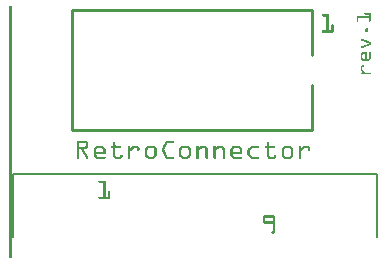
<source format=gto>
G04 MADE WITH FRITZING*
G04 WWW.FRITZING.ORG*
G04 DOUBLE SIDED*
G04 HOLES PLATED*
G04 CONTOUR ON CENTER OF CONTOUR VECTOR*
%ASAXBY*%
%FSLAX23Y23*%
%MOIN*%
%OFA0B0*%
%SFA1.0B1.0*%
%ADD10C,0.008000*%
%ADD11C,0.010000*%
%ADD12R,0.001000X0.001000*%
%LNSILK1*%
G90*
G70*
G54D10*
X1232Y281D02*
X1232Y70D01*
D02*
X19Y281D02*
X19Y70D01*
D02*
X1232Y281D02*
X19Y281D01*
G54D11*
D02*
X1017Y826D02*
X217Y826D01*
D02*
X217Y826D02*
X217Y426D01*
D02*
X217Y426D02*
X1017Y426D01*
D02*
X1017Y826D02*
X1017Y676D01*
D02*
X1017Y576D02*
X1017Y426D01*
G54D12*
X7Y840D02*
X15Y840D01*
X7Y839D02*
X14Y839D01*
X7Y838D02*
X14Y838D01*
X7Y837D02*
X14Y837D01*
X7Y836D02*
X14Y836D01*
X7Y835D02*
X14Y835D01*
X7Y834D02*
X14Y834D01*
X7Y833D02*
X14Y833D01*
X7Y832D02*
X14Y832D01*
X7Y831D02*
X14Y831D01*
X7Y830D02*
X14Y830D01*
X7Y829D02*
X14Y829D01*
X7Y828D02*
X14Y828D01*
X7Y827D02*
X14Y827D01*
X7Y826D02*
X14Y826D01*
X7Y825D02*
X14Y825D01*
X7Y824D02*
X14Y824D01*
X7Y823D02*
X14Y823D01*
X7Y822D02*
X14Y822D01*
X7Y821D02*
X14Y821D01*
X7Y820D02*
X14Y820D01*
X7Y819D02*
X14Y819D01*
X7Y818D02*
X14Y818D01*
X1194Y818D02*
X1208Y818D01*
X7Y817D02*
X14Y817D01*
X1191Y817D02*
X1210Y817D01*
X7Y816D02*
X14Y816D01*
X1191Y816D02*
X1211Y816D01*
X7Y815D02*
X14Y815D01*
X1190Y815D02*
X1211Y815D01*
X7Y814D02*
X14Y814D01*
X1191Y814D02*
X1211Y814D01*
X7Y813D02*
X14Y813D01*
X1191Y813D02*
X1211Y813D01*
X7Y812D02*
X14Y812D01*
X1050Y812D02*
X1071Y812D01*
X1193Y812D02*
X1211Y812D01*
X7Y811D02*
X14Y811D01*
X1049Y811D02*
X1071Y811D01*
X1206Y811D02*
X1211Y811D01*
X7Y810D02*
X14Y810D01*
X1049Y810D02*
X1071Y810D01*
X1206Y810D02*
X1211Y810D01*
X7Y809D02*
X14Y809D01*
X1049Y809D02*
X1071Y809D01*
X1206Y809D02*
X1211Y809D01*
X7Y808D02*
X14Y808D01*
X1049Y808D02*
X1071Y808D01*
X1206Y808D02*
X1211Y808D01*
X7Y807D02*
X14Y807D01*
X1049Y807D02*
X1071Y807D01*
X1206Y807D02*
X1211Y807D01*
X7Y806D02*
X14Y806D01*
X1050Y806D02*
X1071Y806D01*
X1205Y806D02*
X1211Y806D01*
X7Y805D02*
X14Y805D01*
X1052Y805D02*
X1071Y805D01*
X1165Y805D02*
X1211Y805D01*
X7Y804D02*
X14Y804D01*
X1064Y804D02*
X1071Y804D01*
X1165Y804D02*
X1211Y804D01*
X7Y803D02*
X14Y803D01*
X1064Y803D02*
X1071Y803D01*
X1165Y803D02*
X1211Y803D01*
X7Y802D02*
X14Y802D01*
X1064Y802D02*
X1071Y802D01*
X1165Y802D02*
X1211Y802D01*
X7Y801D02*
X14Y801D01*
X1064Y801D02*
X1071Y801D01*
X1165Y801D02*
X1211Y801D01*
X7Y800D02*
X14Y800D01*
X1064Y800D02*
X1071Y800D01*
X1165Y800D02*
X1211Y800D01*
X7Y799D02*
X14Y799D01*
X1064Y799D02*
X1071Y799D01*
X1165Y799D02*
X1170Y799D01*
X1206Y799D02*
X1211Y799D01*
X7Y798D02*
X14Y798D01*
X1064Y798D02*
X1071Y798D01*
X1165Y798D02*
X1170Y798D01*
X1206Y798D02*
X1211Y798D01*
X7Y797D02*
X14Y797D01*
X1064Y797D02*
X1071Y797D01*
X1165Y797D02*
X1170Y797D01*
X1206Y797D02*
X1211Y797D01*
X7Y796D02*
X14Y796D01*
X1064Y796D02*
X1071Y796D01*
X1165Y796D02*
X1170Y796D01*
X1206Y796D02*
X1211Y796D01*
X7Y795D02*
X14Y795D01*
X1064Y795D02*
X1071Y795D01*
X1165Y795D02*
X1170Y795D01*
X1206Y795D02*
X1211Y795D01*
X7Y794D02*
X14Y794D01*
X1064Y794D02*
X1071Y794D01*
X1165Y794D02*
X1170Y794D01*
X1206Y794D02*
X1211Y794D01*
X7Y793D02*
X14Y793D01*
X1064Y793D02*
X1071Y793D01*
X1165Y793D02*
X1170Y793D01*
X1206Y793D02*
X1211Y793D01*
X7Y792D02*
X14Y792D01*
X1064Y792D02*
X1071Y792D01*
X1165Y792D02*
X1170Y792D01*
X1206Y792D02*
X1211Y792D01*
X7Y791D02*
X14Y791D01*
X1064Y791D02*
X1071Y791D01*
X1165Y791D02*
X1170Y791D01*
X1206Y791D02*
X1211Y791D01*
X7Y790D02*
X14Y790D01*
X1064Y790D02*
X1071Y790D01*
X1165Y790D02*
X1170Y790D01*
X1206Y790D02*
X1211Y790D01*
X7Y789D02*
X14Y789D01*
X1064Y789D02*
X1071Y789D01*
X1165Y789D02*
X1169Y789D01*
X1207Y789D02*
X1210Y789D01*
X7Y788D02*
X14Y788D01*
X1064Y788D02*
X1071Y788D01*
X1167Y788D02*
X1168Y788D01*
X1208Y788D02*
X1209Y788D01*
X7Y787D02*
X14Y787D01*
X1064Y787D02*
X1071Y787D01*
X7Y786D02*
X14Y786D01*
X1064Y786D02*
X1071Y786D01*
X7Y785D02*
X14Y785D01*
X1064Y785D02*
X1071Y785D01*
X7Y784D02*
X14Y784D01*
X1064Y784D02*
X1071Y784D01*
X7Y783D02*
X14Y783D01*
X1064Y783D02*
X1071Y783D01*
X7Y782D02*
X14Y782D01*
X1064Y782D02*
X1071Y782D01*
X7Y781D02*
X14Y781D01*
X1064Y781D02*
X1071Y781D01*
X7Y780D02*
X14Y780D01*
X1064Y780D02*
X1071Y780D01*
X7Y779D02*
X14Y779D01*
X1064Y779D02*
X1071Y779D01*
X1082Y779D02*
X1085Y779D01*
X7Y778D02*
X14Y778D01*
X1064Y778D02*
X1071Y778D01*
X1081Y778D02*
X1086Y778D01*
X7Y777D02*
X14Y777D01*
X1064Y777D02*
X1071Y777D01*
X1080Y777D02*
X1087Y777D01*
X7Y776D02*
X14Y776D01*
X1064Y776D02*
X1071Y776D01*
X1080Y776D02*
X1087Y776D01*
X7Y775D02*
X14Y775D01*
X1064Y775D02*
X1071Y775D01*
X1080Y775D02*
X1087Y775D01*
X7Y774D02*
X14Y774D01*
X1064Y774D02*
X1071Y774D01*
X1080Y774D02*
X1087Y774D01*
X7Y773D02*
X14Y773D01*
X1064Y773D02*
X1071Y773D01*
X1080Y773D02*
X1087Y773D01*
X7Y772D02*
X14Y772D01*
X1064Y772D02*
X1071Y772D01*
X1080Y772D02*
X1087Y772D01*
X7Y771D02*
X14Y771D01*
X1064Y771D02*
X1071Y771D01*
X1080Y771D02*
X1087Y771D01*
X7Y770D02*
X14Y770D01*
X1064Y770D02*
X1071Y770D01*
X1080Y770D02*
X1087Y770D01*
X7Y769D02*
X14Y769D01*
X1064Y769D02*
X1071Y769D01*
X1080Y769D02*
X1087Y769D01*
X7Y768D02*
X14Y768D01*
X1064Y768D02*
X1071Y768D01*
X1080Y768D02*
X1087Y768D01*
X7Y767D02*
X14Y767D01*
X1064Y767D02*
X1071Y767D01*
X1080Y767D02*
X1087Y767D01*
X7Y766D02*
X14Y766D01*
X1064Y766D02*
X1071Y766D01*
X1080Y766D02*
X1087Y766D01*
X7Y765D02*
X14Y765D01*
X1064Y765D02*
X1071Y765D01*
X1080Y765D02*
X1087Y765D01*
X1195Y765D02*
X1201Y765D01*
X7Y764D02*
X14Y764D01*
X1064Y764D02*
X1071Y764D01*
X1080Y764D02*
X1087Y764D01*
X1194Y764D02*
X1203Y764D01*
X7Y763D02*
X14Y763D01*
X1064Y763D02*
X1071Y763D01*
X1080Y763D02*
X1087Y763D01*
X1193Y763D02*
X1203Y763D01*
X7Y762D02*
X14Y762D01*
X1064Y762D02*
X1071Y762D01*
X1080Y762D02*
X1087Y762D01*
X1193Y762D02*
X1203Y762D01*
X7Y761D02*
X14Y761D01*
X1064Y761D02*
X1071Y761D01*
X1080Y761D02*
X1087Y761D01*
X1193Y761D02*
X1203Y761D01*
X7Y760D02*
X14Y760D01*
X1064Y760D02*
X1071Y760D01*
X1080Y760D02*
X1087Y760D01*
X1193Y760D02*
X1203Y760D01*
X7Y759D02*
X14Y759D01*
X1051Y759D02*
X1087Y759D01*
X1193Y759D02*
X1203Y759D01*
X7Y758D02*
X14Y758D01*
X1049Y758D02*
X1087Y758D01*
X1193Y758D02*
X1203Y758D01*
X7Y757D02*
X14Y757D01*
X1049Y757D02*
X1087Y757D01*
X1193Y757D02*
X1203Y757D01*
X7Y756D02*
X14Y756D01*
X1049Y756D02*
X1087Y756D01*
X1193Y756D02*
X1203Y756D01*
X7Y755D02*
X14Y755D01*
X1049Y755D02*
X1087Y755D01*
X1193Y755D02*
X1203Y755D01*
X7Y754D02*
X14Y754D01*
X1049Y754D02*
X1087Y754D01*
X1194Y754D02*
X1202Y754D01*
X7Y753D02*
X14Y753D01*
X1050Y753D02*
X1086Y753D01*
X7Y752D02*
X14Y752D01*
X1051Y752D02*
X1085Y752D01*
X7Y751D02*
X14Y751D01*
X7Y750D02*
X14Y750D01*
X7Y749D02*
X14Y749D01*
X7Y748D02*
X14Y748D01*
X7Y747D02*
X14Y747D01*
X7Y746D02*
X14Y746D01*
X7Y745D02*
X14Y745D01*
X7Y744D02*
X14Y744D01*
X7Y743D02*
X14Y743D01*
X7Y742D02*
X14Y742D01*
X7Y741D02*
X14Y741D01*
X7Y740D02*
X14Y740D01*
X7Y739D02*
X14Y739D01*
X7Y738D02*
X14Y738D01*
X7Y737D02*
X14Y737D01*
X7Y736D02*
X14Y736D01*
X7Y735D02*
X14Y735D01*
X7Y734D02*
X14Y734D01*
X7Y733D02*
X14Y733D01*
X7Y732D02*
X14Y732D01*
X7Y731D02*
X14Y731D01*
X7Y730D02*
X14Y730D01*
X1179Y730D02*
X1186Y730D01*
X7Y729D02*
X14Y729D01*
X1178Y729D02*
X1189Y729D01*
X7Y728D02*
X14Y728D01*
X1178Y728D02*
X1191Y728D01*
X7Y727D02*
X14Y727D01*
X1178Y727D02*
X1193Y727D01*
X7Y726D02*
X14Y726D01*
X1178Y726D02*
X1196Y726D01*
X7Y725D02*
X14Y725D01*
X1179Y725D02*
X1198Y725D01*
X7Y724D02*
X14Y724D01*
X1186Y724D02*
X1200Y724D01*
X7Y723D02*
X14Y723D01*
X1188Y723D02*
X1202Y723D01*
X7Y722D02*
X14Y722D01*
X1191Y722D02*
X1205Y722D01*
X7Y721D02*
X14Y721D01*
X1193Y721D02*
X1207Y721D01*
X7Y720D02*
X14Y720D01*
X1195Y720D02*
X1209Y720D01*
X7Y719D02*
X14Y719D01*
X1197Y719D02*
X1211Y719D01*
X7Y718D02*
X14Y718D01*
X1200Y718D02*
X1211Y718D01*
X7Y717D02*
X14Y717D01*
X1202Y717D02*
X1211Y717D01*
X7Y716D02*
X14Y716D01*
X1204Y716D02*
X1211Y716D01*
X7Y715D02*
X14Y715D01*
X1205Y715D02*
X1211Y715D01*
X7Y714D02*
X14Y714D01*
X1203Y714D02*
X1211Y714D01*
X7Y713D02*
X14Y713D01*
X1200Y713D02*
X1211Y713D01*
X7Y712D02*
X14Y712D01*
X1198Y712D02*
X1211Y712D01*
X7Y711D02*
X14Y711D01*
X1196Y711D02*
X1210Y711D01*
X7Y710D02*
X14Y710D01*
X1193Y710D02*
X1208Y710D01*
X7Y709D02*
X14Y709D01*
X1191Y709D02*
X1205Y709D01*
X7Y708D02*
X14Y708D01*
X1189Y708D02*
X1203Y708D01*
X7Y707D02*
X14Y707D01*
X1187Y707D02*
X1201Y707D01*
X7Y706D02*
X14Y706D01*
X1179Y706D02*
X1199Y706D01*
X7Y705D02*
X14Y705D01*
X1178Y705D02*
X1196Y705D01*
X7Y704D02*
X14Y704D01*
X1178Y704D02*
X1194Y704D01*
X7Y703D02*
X14Y703D01*
X1178Y703D02*
X1192Y703D01*
X7Y702D02*
X14Y702D01*
X1178Y702D02*
X1189Y702D01*
X7Y701D02*
X14Y701D01*
X1179Y701D02*
X1187Y701D01*
X7Y700D02*
X14Y700D01*
X7Y699D02*
X14Y699D01*
X7Y698D02*
X14Y698D01*
X7Y697D02*
X14Y697D01*
X7Y696D02*
X14Y696D01*
X7Y695D02*
X14Y695D01*
X7Y694D02*
X14Y694D01*
X7Y693D02*
X14Y693D01*
X7Y692D02*
X14Y692D01*
X7Y691D02*
X14Y691D01*
X7Y690D02*
X14Y690D01*
X7Y689D02*
X14Y689D01*
X7Y688D02*
X14Y688D01*
X7Y687D02*
X14Y687D01*
X7Y686D02*
X14Y686D01*
X1185Y686D02*
X1197Y686D01*
X1207Y686D02*
X1210Y686D01*
X7Y685D02*
X14Y685D01*
X1183Y685D02*
X1198Y685D01*
X1206Y685D02*
X1211Y685D01*
X7Y684D02*
X14Y684D01*
X1182Y684D02*
X1198Y684D01*
X1206Y684D02*
X1211Y684D01*
X7Y683D02*
X14Y683D01*
X1181Y683D02*
X1198Y683D01*
X1206Y683D02*
X1211Y683D01*
X7Y682D02*
X14Y682D01*
X1180Y682D02*
X1198Y682D01*
X1206Y682D02*
X1211Y682D01*
X7Y681D02*
X14Y681D01*
X1180Y681D02*
X1198Y681D01*
X1206Y681D02*
X1211Y681D01*
X7Y680D02*
X14Y680D01*
X1179Y680D02*
X1186Y680D01*
X1193Y680D02*
X1198Y680D01*
X1206Y680D02*
X1211Y680D01*
X7Y679D02*
X14Y679D01*
X1178Y679D02*
X1185Y679D01*
X1193Y679D02*
X1198Y679D01*
X1206Y679D02*
X1211Y679D01*
X7Y678D02*
X14Y678D01*
X1178Y678D02*
X1184Y678D01*
X1193Y678D02*
X1198Y678D01*
X1206Y678D02*
X1211Y678D01*
X7Y677D02*
X14Y677D01*
X1178Y677D02*
X1183Y677D01*
X1193Y677D02*
X1198Y677D01*
X1206Y677D02*
X1211Y677D01*
X7Y676D02*
X14Y676D01*
X1178Y676D02*
X1183Y676D01*
X1193Y676D02*
X1198Y676D01*
X1206Y676D02*
X1211Y676D01*
X7Y675D02*
X14Y675D01*
X1178Y675D02*
X1183Y675D01*
X1193Y675D02*
X1198Y675D01*
X1206Y675D02*
X1211Y675D01*
X7Y674D02*
X14Y674D01*
X1178Y674D02*
X1183Y674D01*
X1193Y674D02*
X1198Y674D01*
X1206Y674D02*
X1211Y674D01*
X7Y673D02*
X14Y673D01*
X1178Y673D02*
X1183Y673D01*
X1193Y673D02*
X1198Y673D01*
X1206Y673D02*
X1211Y673D01*
X7Y672D02*
X14Y672D01*
X1178Y672D02*
X1183Y672D01*
X1193Y672D02*
X1198Y672D01*
X1206Y672D02*
X1211Y672D01*
X7Y671D02*
X14Y671D01*
X1178Y671D02*
X1183Y671D01*
X1193Y671D02*
X1198Y671D01*
X1206Y671D02*
X1211Y671D01*
X7Y670D02*
X14Y670D01*
X1178Y670D02*
X1183Y670D01*
X1193Y670D02*
X1198Y670D01*
X1206Y670D02*
X1211Y670D01*
X7Y669D02*
X14Y669D01*
X1178Y669D02*
X1183Y669D01*
X1193Y669D02*
X1198Y669D01*
X1206Y669D02*
X1211Y669D01*
X7Y668D02*
X14Y668D01*
X1178Y668D02*
X1183Y668D01*
X1193Y668D02*
X1198Y668D01*
X1206Y668D02*
X1211Y668D01*
X7Y667D02*
X14Y667D01*
X1178Y667D02*
X1183Y667D01*
X1193Y667D02*
X1198Y667D01*
X1206Y667D02*
X1211Y667D01*
X7Y666D02*
X14Y666D01*
X1178Y666D02*
X1183Y666D01*
X1193Y666D02*
X1198Y666D01*
X1205Y666D02*
X1211Y666D01*
X7Y665D02*
X14Y665D01*
X1178Y665D02*
X1184Y665D01*
X1193Y665D02*
X1198Y665D01*
X1205Y665D02*
X1211Y665D01*
X7Y664D02*
X14Y664D01*
X1178Y664D02*
X1185Y664D01*
X1193Y664D02*
X1198Y664D01*
X1204Y664D02*
X1210Y664D01*
X7Y663D02*
X14Y663D01*
X1179Y663D02*
X1186Y663D01*
X1193Y663D02*
X1198Y663D01*
X1202Y663D02*
X1210Y663D01*
X7Y662D02*
X14Y662D01*
X1180Y662D02*
X1209Y662D01*
X7Y661D02*
X14Y661D01*
X1181Y661D02*
X1208Y661D01*
X7Y660D02*
X14Y660D01*
X1181Y660D02*
X1207Y660D01*
X7Y659D02*
X14Y659D01*
X1182Y659D02*
X1206Y659D01*
X7Y658D02*
X14Y658D01*
X1184Y658D02*
X1205Y658D01*
X7Y657D02*
X14Y657D01*
X1186Y657D02*
X1203Y657D01*
X7Y656D02*
X14Y656D01*
X7Y655D02*
X14Y655D01*
X7Y654D02*
X14Y654D01*
X7Y653D02*
X14Y653D01*
X7Y652D02*
X14Y652D01*
X7Y651D02*
X14Y651D01*
X7Y650D02*
X14Y650D01*
X7Y649D02*
X14Y649D01*
X7Y648D02*
X14Y648D01*
X7Y647D02*
X14Y647D01*
X7Y646D02*
X14Y646D01*
X7Y645D02*
X14Y645D01*
X7Y644D02*
X14Y644D01*
X7Y643D02*
X14Y643D01*
X7Y642D02*
X14Y642D01*
X1183Y642D02*
X1190Y642D01*
X7Y641D02*
X14Y641D01*
X1181Y641D02*
X1190Y641D01*
X7Y640D02*
X14Y640D01*
X1180Y640D02*
X1190Y640D01*
X7Y639D02*
X14Y639D01*
X1179Y639D02*
X1190Y639D01*
X7Y638D02*
X14Y638D01*
X1179Y638D02*
X1190Y638D01*
X7Y637D02*
X14Y637D01*
X1178Y637D02*
X1189Y637D01*
X7Y636D02*
X14Y636D01*
X1178Y636D02*
X1184Y636D01*
X7Y635D02*
X14Y635D01*
X1178Y635D02*
X1183Y635D01*
X7Y634D02*
X14Y634D01*
X1178Y634D02*
X1183Y634D01*
X7Y633D02*
X14Y633D01*
X1178Y633D02*
X1183Y633D01*
X7Y632D02*
X14Y632D01*
X1178Y632D02*
X1183Y632D01*
X7Y631D02*
X14Y631D01*
X1178Y631D02*
X1183Y631D01*
X7Y630D02*
X14Y630D01*
X1178Y630D02*
X1183Y630D01*
X7Y629D02*
X14Y629D01*
X1178Y629D02*
X1183Y629D01*
X7Y628D02*
X14Y628D01*
X1178Y628D02*
X1184Y628D01*
X7Y627D02*
X14Y627D01*
X1178Y627D02*
X1184Y627D01*
X7Y626D02*
X14Y626D01*
X1178Y626D02*
X1185Y626D01*
X7Y625D02*
X14Y625D01*
X1179Y625D02*
X1186Y625D01*
X7Y624D02*
X14Y624D01*
X1180Y624D02*
X1187Y624D01*
X7Y623D02*
X14Y623D01*
X1181Y623D02*
X1188Y623D01*
X7Y622D02*
X14Y622D01*
X1182Y622D02*
X1189Y622D01*
X7Y621D02*
X14Y621D01*
X1182Y621D02*
X1190Y621D01*
X7Y620D02*
X14Y620D01*
X1183Y620D02*
X1190Y620D01*
X7Y619D02*
X14Y619D01*
X1184Y619D02*
X1191Y619D01*
X7Y618D02*
X14Y618D01*
X1179Y618D02*
X1210Y618D01*
X7Y617D02*
X14Y617D01*
X1178Y617D02*
X1211Y617D01*
X7Y616D02*
X14Y616D01*
X1178Y616D02*
X1211Y616D01*
X7Y615D02*
X14Y615D01*
X1178Y615D02*
X1211Y615D01*
X7Y614D02*
X14Y614D01*
X1178Y614D02*
X1210Y614D01*
X7Y613D02*
X14Y613D01*
X1179Y613D02*
X1209Y613D01*
X7Y612D02*
X14Y612D01*
X7Y611D02*
X14Y611D01*
X7Y610D02*
X14Y610D01*
X7Y609D02*
X14Y609D01*
X7Y608D02*
X14Y608D01*
X7Y607D02*
X14Y607D01*
X7Y606D02*
X14Y606D01*
X7Y605D02*
X14Y605D01*
X7Y604D02*
X14Y604D01*
X7Y603D02*
X14Y603D01*
X7Y602D02*
X14Y602D01*
X7Y601D02*
X14Y601D01*
X7Y600D02*
X14Y600D01*
X7Y599D02*
X14Y599D01*
X7Y598D02*
X14Y598D01*
X7Y597D02*
X14Y597D01*
X7Y596D02*
X14Y596D01*
X7Y595D02*
X14Y595D01*
X7Y594D02*
X14Y594D01*
X7Y593D02*
X14Y593D01*
X7Y592D02*
X14Y592D01*
X7Y591D02*
X14Y591D01*
X7Y590D02*
X14Y590D01*
X7Y589D02*
X14Y589D01*
X7Y588D02*
X14Y588D01*
X7Y587D02*
X14Y587D01*
X7Y586D02*
X14Y586D01*
X7Y585D02*
X14Y585D01*
X7Y584D02*
X14Y584D01*
X7Y583D02*
X14Y583D01*
X7Y582D02*
X14Y582D01*
X7Y581D02*
X14Y581D01*
X7Y580D02*
X14Y580D01*
X7Y579D02*
X14Y579D01*
X7Y578D02*
X14Y578D01*
X7Y577D02*
X14Y577D01*
X7Y576D02*
X14Y576D01*
X7Y575D02*
X14Y575D01*
X7Y574D02*
X14Y574D01*
X7Y573D02*
X14Y573D01*
X7Y572D02*
X14Y572D01*
X7Y571D02*
X14Y571D01*
X7Y570D02*
X14Y570D01*
X7Y569D02*
X14Y569D01*
X7Y568D02*
X14Y568D01*
X7Y567D02*
X14Y567D01*
X7Y566D02*
X14Y566D01*
X7Y565D02*
X14Y565D01*
X7Y564D02*
X14Y564D01*
X7Y563D02*
X14Y563D01*
X7Y562D02*
X14Y562D01*
X7Y561D02*
X14Y561D01*
X7Y560D02*
X14Y560D01*
X7Y559D02*
X14Y559D01*
X7Y558D02*
X14Y558D01*
X7Y557D02*
X14Y557D01*
X7Y556D02*
X14Y556D01*
X7Y555D02*
X14Y555D01*
X7Y554D02*
X14Y554D01*
X7Y553D02*
X14Y553D01*
X7Y552D02*
X14Y552D01*
X7Y551D02*
X14Y551D01*
X7Y550D02*
X14Y550D01*
X7Y549D02*
X14Y549D01*
X7Y548D02*
X14Y548D01*
X7Y547D02*
X14Y547D01*
X7Y546D02*
X14Y546D01*
X7Y545D02*
X14Y545D01*
X7Y544D02*
X14Y544D01*
X7Y543D02*
X14Y543D01*
X7Y542D02*
X14Y542D01*
X7Y541D02*
X14Y541D01*
X7Y540D02*
X14Y540D01*
X7Y539D02*
X14Y539D01*
X7Y538D02*
X14Y538D01*
X7Y537D02*
X14Y537D01*
X7Y536D02*
X14Y536D01*
X7Y535D02*
X14Y535D01*
X7Y534D02*
X14Y534D01*
X7Y533D02*
X14Y533D01*
X7Y532D02*
X14Y532D01*
X7Y531D02*
X14Y531D01*
X7Y530D02*
X14Y530D01*
X7Y529D02*
X14Y529D01*
X7Y528D02*
X14Y528D01*
X7Y527D02*
X14Y527D01*
X7Y526D02*
X14Y526D01*
X7Y525D02*
X14Y525D01*
X7Y524D02*
X14Y524D01*
X7Y523D02*
X14Y523D01*
X7Y522D02*
X14Y522D01*
X7Y521D02*
X14Y521D01*
X7Y520D02*
X14Y520D01*
X7Y519D02*
X14Y519D01*
X7Y518D02*
X14Y518D01*
X7Y517D02*
X14Y517D01*
X7Y516D02*
X14Y516D01*
X7Y515D02*
X14Y515D01*
X7Y514D02*
X14Y514D01*
X7Y513D02*
X14Y513D01*
X7Y512D02*
X14Y512D01*
X7Y511D02*
X14Y511D01*
X7Y510D02*
X14Y510D01*
X7Y509D02*
X14Y509D01*
X7Y508D02*
X14Y508D01*
X7Y507D02*
X14Y507D01*
X7Y506D02*
X14Y506D01*
X7Y505D02*
X14Y505D01*
X7Y504D02*
X14Y504D01*
X7Y503D02*
X14Y503D01*
X7Y502D02*
X14Y502D01*
X7Y501D02*
X14Y501D01*
X7Y500D02*
X14Y500D01*
X7Y499D02*
X14Y499D01*
X7Y498D02*
X14Y498D01*
X7Y497D02*
X14Y497D01*
X7Y496D02*
X14Y496D01*
X7Y495D02*
X14Y495D01*
X7Y494D02*
X14Y494D01*
X7Y493D02*
X14Y493D01*
X7Y492D02*
X14Y492D01*
X7Y491D02*
X14Y491D01*
X7Y490D02*
X14Y490D01*
X7Y489D02*
X14Y489D01*
X7Y488D02*
X14Y488D01*
X7Y487D02*
X14Y487D01*
X7Y486D02*
X14Y486D01*
X7Y485D02*
X14Y485D01*
X7Y484D02*
X14Y484D01*
X7Y483D02*
X14Y483D01*
X7Y482D02*
X14Y482D01*
X7Y481D02*
X14Y481D01*
X7Y480D02*
X14Y480D01*
X7Y479D02*
X14Y479D01*
X7Y478D02*
X14Y478D01*
X7Y477D02*
X14Y477D01*
X7Y476D02*
X14Y476D01*
X7Y475D02*
X14Y475D01*
X7Y474D02*
X14Y474D01*
X7Y473D02*
X14Y473D01*
X7Y472D02*
X14Y472D01*
X7Y471D02*
X14Y471D01*
X7Y470D02*
X14Y470D01*
X7Y469D02*
X14Y469D01*
X7Y468D02*
X14Y468D01*
X7Y467D02*
X14Y467D01*
X7Y466D02*
X14Y466D01*
X7Y465D02*
X14Y465D01*
X7Y464D02*
X14Y464D01*
X7Y463D02*
X14Y463D01*
X7Y462D02*
X14Y462D01*
X7Y461D02*
X14Y461D01*
X7Y460D02*
X14Y460D01*
X7Y459D02*
X14Y459D01*
X7Y458D02*
X14Y458D01*
X7Y457D02*
X14Y457D01*
X7Y456D02*
X14Y456D01*
X7Y455D02*
X14Y455D01*
X7Y454D02*
X14Y454D01*
X7Y453D02*
X14Y453D01*
X7Y452D02*
X14Y452D01*
X7Y451D02*
X14Y451D01*
X7Y450D02*
X14Y450D01*
X7Y449D02*
X14Y449D01*
X7Y448D02*
X14Y448D01*
X7Y447D02*
X14Y447D01*
X7Y446D02*
X14Y446D01*
X7Y445D02*
X14Y445D01*
X7Y444D02*
X14Y444D01*
X7Y443D02*
X14Y443D01*
X7Y442D02*
X14Y442D01*
X7Y441D02*
X14Y441D01*
X7Y440D02*
X14Y440D01*
X7Y439D02*
X14Y439D01*
X7Y438D02*
X14Y438D01*
X7Y437D02*
X14Y437D01*
X7Y436D02*
X14Y436D01*
X7Y435D02*
X14Y435D01*
X7Y434D02*
X14Y434D01*
X7Y433D02*
X14Y433D01*
X7Y432D02*
X14Y432D01*
X7Y431D02*
X14Y431D01*
X7Y430D02*
X14Y430D01*
X7Y429D02*
X14Y429D01*
X7Y428D02*
X14Y428D01*
X7Y427D02*
X14Y427D01*
X7Y426D02*
X14Y426D01*
X7Y425D02*
X14Y425D01*
X7Y424D02*
X14Y424D01*
X7Y423D02*
X14Y423D01*
X7Y422D02*
X14Y422D01*
X7Y421D02*
X14Y421D01*
X7Y420D02*
X14Y420D01*
X7Y419D02*
X14Y419D01*
X7Y418D02*
X14Y418D01*
X7Y417D02*
X14Y417D01*
X7Y416D02*
X14Y416D01*
X7Y415D02*
X14Y415D01*
X7Y414D02*
X14Y414D01*
X7Y413D02*
X14Y413D01*
X7Y412D02*
X14Y412D01*
X7Y411D02*
X14Y411D01*
X7Y410D02*
X14Y410D01*
X7Y409D02*
X14Y409D01*
X7Y408D02*
X14Y408D01*
X7Y407D02*
X14Y407D01*
X7Y406D02*
X14Y406D01*
X7Y405D02*
X14Y405D01*
X7Y404D02*
X14Y404D01*
X7Y403D02*
X14Y403D01*
X7Y402D02*
X14Y402D01*
X7Y401D02*
X14Y401D01*
X7Y400D02*
X14Y400D01*
X7Y399D02*
X14Y399D01*
X7Y398D02*
X14Y398D01*
X7Y397D02*
X14Y397D01*
X7Y396D02*
X14Y396D01*
X7Y395D02*
X14Y395D01*
X7Y394D02*
X14Y394D01*
X7Y393D02*
X14Y393D01*
X7Y392D02*
X14Y392D01*
X7Y391D02*
X14Y391D01*
X232Y391D02*
X261Y391D01*
X534Y391D02*
X552Y391D01*
X7Y390D02*
X14Y390D01*
X232Y390D02*
X264Y390D01*
X531Y390D02*
X554Y390D01*
X7Y389D02*
X14Y389D01*
X232Y389D02*
X265Y389D01*
X530Y389D02*
X554Y389D01*
X7Y388D02*
X14Y388D01*
X232Y388D02*
X266Y388D01*
X356Y388D02*
X357Y388D01*
X528Y388D02*
X555Y388D01*
X869Y388D02*
X870Y388D01*
X7Y387D02*
X14Y387D01*
X232Y387D02*
X267Y387D01*
X355Y387D02*
X359Y387D01*
X528Y387D02*
X555Y387D01*
X867Y387D02*
X871Y387D01*
X7Y386D02*
X14Y386D01*
X232Y386D02*
X268Y386D01*
X354Y386D02*
X360Y386D01*
X527Y386D02*
X554Y386D01*
X866Y386D02*
X872Y386D01*
X7Y385D02*
X14Y385D01*
X232Y385D02*
X269Y385D01*
X354Y385D02*
X360Y385D01*
X526Y385D02*
X554Y385D01*
X866Y385D02*
X873Y385D01*
X7Y384D02*
X14Y384D01*
X232Y384D02*
X269Y384D01*
X354Y384D02*
X360Y384D01*
X526Y384D02*
X553Y384D01*
X866Y384D02*
X873Y384D01*
X7Y383D02*
X14Y383D01*
X232Y383D02*
X239Y383D01*
X261Y383D02*
X270Y383D01*
X354Y383D02*
X360Y383D01*
X525Y383D02*
X534Y383D01*
X866Y383D02*
X873Y383D01*
X7Y382D02*
X14Y382D01*
X232Y382D02*
X239Y382D01*
X262Y382D02*
X270Y382D01*
X354Y382D02*
X360Y382D01*
X525Y382D02*
X533Y382D01*
X866Y382D02*
X873Y382D01*
X7Y381D02*
X14Y381D01*
X232Y381D02*
X239Y381D01*
X263Y381D02*
X270Y381D01*
X354Y381D02*
X360Y381D01*
X524Y381D02*
X532Y381D01*
X866Y381D02*
X873Y381D01*
X7Y380D02*
X14Y380D01*
X232Y380D02*
X239Y380D01*
X263Y380D02*
X270Y380D01*
X354Y380D02*
X360Y380D01*
X524Y380D02*
X532Y380D01*
X866Y380D02*
X873Y380D01*
X7Y379D02*
X14Y379D01*
X232Y379D02*
X239Y379D01*
X263Y379D02*
X270Y379D01*
X354Y379D02*
X360Y379D01*
X523Y379D02*
X531Y379D01*
X866Y379D02*
X873Y379D01*
X7Y378D02*
X14Y378D01*
X232Y378D02*
X239Y378D01*
X263Y378D02*
X270Y378D01*
X354Y378D02*
X360Y378D01*
X523Y378D02*
X531Y378D01*
X866Y378D02*
X873Y378D01*
X7Y377D02*
X14Y377D01*
X232Y377D02*
X239Y377D01*
X263Y377D02*
X270Y377D01*
X354Y377D02*
X360Y377D01*
X522Y377D02*
X530Y377D01*
X866Y377D02*
X873Y377D01*
X7Y376D02*
X14Y376D01*
X232Y376D02*
X239Y376D01*
X263Y376D02*
X270Y376D01*
X354Y376D02*
X360Y376D01*
X522Y376D02*
X530Y376D01*
X866Y376D02*
X873Y376D01*
X7Y375D02*
X14Y375D01*
X232Y375D02*
X239Y375D01*
X263Y375D02*
X270Y375D01*
X353Y375D02*
X361Y375D01*
X521Y375D02*
X529Y375D01*
X866Y375D02*
X873Y375D01*
X7Y374D02*
X14Y374D01*
X232Y374D02*
X239Y374D01*
X263Y374D02*
X270Y374D01*
X299Y374D02*
X316Y374D01*
X347Y374D02*
X378Y374D01*
X404Y374D02*
X408Y374D01*
X420Y374D02*
X433Y374D01*
X470Y374D02*
X487Y374D01*
X521Y374D02*
X529Y374D01*
X584Y374D02*
X601Y374D01*
X632Y374D02*
X635Y374D01*
X648Y374D02*
X660Y374D01*
X689Y374D02*
X692Y374D01*
X705Y374D02*
X717Y374D01*
X755Y374D02*
X772Y374D01*
X815Y374D02*
X837Y374D01*
X860Y374D02*
X890Y374D01*
X925Y374D02*
X942Y374D01*
X973Y374D02*
X977Y374D01*
X989Y374D02*
X1002Y374D01*
X7Y373D02*
X14Y373D01*
X232Y373D02*
X239Y373D01*
X262Y373D02*
X270Y373D01*
X297Y373D02*
X318Y373D01*
X346Y373D02*
X379Y373D01*
X403Y373D02*
X409Y373D01*
X419Y373D02*
X435Y373D01*
X468Y373D02*
X489Y373D01*
X520Y373D02*
X528Y373D01*
X582Y373D02*
X603Y373D01*
X631Y373D02*
X636Y373D01*
X646Y373D02*
X662Y373D01*
X688Y373D02*
X693Y373D01*
X703Y373D02*
X719Y373D01*
X753Y373D02*
X774Y373D01*
X813Y373D02*
X838Y373D01*
X859Y373D02*
X891Y373D01*
X923Y373D02*
X944Y373D01*
X972Y373D02*
X978Y373D01*
X988Y373D02*
X1004Y373D01*
X7Y372D02*
X14Y372D01*
X232Y372D02*
X239Y372D01*
X261Y372D02*
X270Y372D01*
X296Y372D02*
X320Y372D01*
X346Y372D02*
X380Y372D01*
X403Y372D02*
X409Y372D01*
X417Y372D02*
X436Y372D01*
X467Y372D02*
X491Y372D01*
X520Y372D02*
X528Y372D01*
X580Y372D02*
X604Y372D01*
X630Y372D02*
X637Y372D01*
X644Y372D02*
X663Y372D01*
X687Y372D02*
X694Y372D01*
X701Y372D02*
X720Y372D01*
X751Y372D02*
X775Y372D01*
X812Y372D02*
X839Y372D01*
X858Y372D02*
X892Y372D01*
X922Y372D02*
X946Y372D01*
X972Y372D02*
X978Y372D01*
X987Y372D02*
X1006Y372D01*
X7Y371D02*
X14Y371D01*
X232Y371D02*
X269Y371D01*
X295Y371D02*
X321Y371D01*
X346Y371D02*
X380Y371D01*
X403Y371D02*
X410Y371D01*
X416Y371D02*
X438Y371D01*
X465Y371D02*
X492Y371D01*
X519Y371D02*
X527Y371D01*
X579Y371D02*
X606Y371D01*
X630Y371D02*
X637Y371D01*
X643Y371D02*
X664Y371D01*
X687Y371D02*
X694Y371D01*
X700Y371D02*
X721Y371D01*
X750Y371D02*
X776Y371D01*
X810Y371D02*
X839Y371D01*
X858Y371D02*
X892Y371D01*
X921Y371D02*
X947Y371D01*
X972Y371D02*
X979Y371D01*
X985Y371D02*
X1007Y371D01*
X7Y370D02*
X14Y370D01*
X232Y370D02*
X269Y370D01*
X294Y370D02*
X322Y370D01*
X346Y370D02*
X380Y370D01*
X403Y370D02*
X410Y370D01*
X415Y370D02*
X438Y370D01*
X464Y370D02*
X493Y370D01*
X519Y370D02*
X527Y370D01*
X578Y370D02*
X607Y370D01*
X630Y370D02*
X637Y370D01*
X641Y370D02*
X665Y370D01*
X687Y370D02*
X694Y370D01*
X698Y370D02*
X722Y370D01*
X749Y370D02*
X778Y370D01*
X809Y370D02*
X839Y370D01*
X858Y370D02*
X892Y370D01*
X920Y370D02*
X948Y370D01*
X972Y370D02*
X979Y370D01*
X984Y370D02*
X1007Y370D01*
X7Y369D02*
X14Y369D01*
X232Y369D02*
X268Y369D01*
X292Y369D02*
X323Y369D01*
X346Y369D02*
X380Y369D01*
X403Y369D02*
X410Y369D01*
X414Y369D02*
X439Y369D01*
X463Y369D02*
X494Y369D01*
X518Y369D02*
X526Y369D01*
X577Y369D02*
X608Y369D01*
X630Y369D02*
X637Y369D01*
X640Y369D02*
X666Y369D01*
X687Y369D02*
X694Y369D01*
X697Y369D02*
X723Y369D01*
X748Y369D02*
X779Y369D01*
X808Y369D02*
X839Y369D01*
X858Y369D02*
X892Y369D01*
X918Y369D02*
X949Y369D01*
X972Y369D02*
X979Y369D01*
X983Y369D02*
X1008Y369D01*
X7Y368D02*
X14Y368D01*
X232Y368D02*
X267Y368D01*
X292Y368D02*
X324Y368D01*
X347Y368D02*
X379Y368D01*
X403Y368D02*
X410Y368D01*
X413Y368D02*
X440Y368D01*
X462Y368D02*
X495Y368D01*
X518Y368D02*
X526Y368D01*
X576Y368D02*
X609Y368D01*
X630Y368D02*
X666Y368D01*
X687Y368D02*
X723Y368D01*
X747Y368D02*
X780Y368D01*
X807Y368D02*
X838Y368D01*
X859Y368D02*
X891Y368D01*
X918Y368D02*
X950Y368D01*
X972Y368D02*
X979Y368D01*
X982Y368D02*
X1009Y368D01*
X7Y367D02*
X14Y367D01*
X232Y367D02*
X267Y367D01*
X291Y367D02*
X325Y367D01*
X348Y367D02*
X377Y367D01*
X403Y367D02*
X410Y367D01*
X412Y367D02*
X440Y367D01*
X462Y367D02*
X496Y367D01*
X518Y367D02*
X525Y367D01*
X575Y367D02*
X610Y367D01*
X630Y367D02*
X667Y367D01*
X687Y367D02*
X724Y367D01*
X746Y367D02*
X780Y367D01*
X806Y367D02*
X836Y367D01*
X861Y367D02*
X889Y367D01*
X917Y367D02*
X951Y367D01*
X972Y367D02*
X979Y367D01*
X981Y367D02*
X1009Y367D01*
X7Y366D02*
X14Y366D01*
X232Y366D02*
X265Y366D01*
X290Y366D02*
X300Y366D01*
X316Y366D02*
X326Y366D01*
X354Y366D02*
X360Y366D01*
X403Y366D02*
X422Y366D01*
X432Y366D02*
X440Y366D01*
X461Y366D02*
X471Y366D01*
X487Y366D02*
X496Y366D01*
X517Y366D02*
X525Y366D01*
X575Y366D02*
X585Y366D01*
X600Y366D02*
X610Y366D01*
X630Y366D02*
X649Y366D01*
X659Y366D02*
X667Y366D01*
X687Y366D02*
X706Y366D01*
X716Y366D02*
X724Y366D01*
X746Y366D02*
X755Y366D01*
X771Y366D02*
X781Y366D01*
X805Y366D02*
X816Y366D01*
X866Y366D02*
X873Y366D01*
X916Y366D02*
X926Y366D01*
X942Y366D02*
X952Y366D01*
X972Y366D02*
X991Y366D01*
X1001Y366D02*
X1010Y366D01*
X7Y365D02*
X14Y365D01*
X232Y365D02*
X264Y365D01*
X290Y365D02*
X299Y365D01*
X317Y365D02*
X326Y365D01*
X354Y365D02*
X360Y365D01*
X403Y365D02*
X421Y365D01*
X433Y365D02*
X441Y365D01*
X460Y365D02*
X470Y365D01*
X488Y365D02*
X497Y365D01*
X517Y365D02*
X524Y365D01*
X574Y365D02*
X583Y365D01*
X602Y365D02*
X611Y365D01*
X630Y365D02*
X647Y365D01*
X660Y365D02*
X667Y365D01*
X687Y365D02*
X704Y365D01*
X717Y365D02*
X724Y365D01*
X745Y365D02*
X754Y365D01*
X773Y365D02*
X781Y365D01*
X804Y365D02*
X815Y365D01*
X866Y365D02*
X873Y365D01*
X916Y365D02*
X925Y365D01*
X943Y365D02*
X952Y365D01*
X972Y365D02*
X990Y365D01*
X1002Y365D02*
X1010Y365D01*
X7Y364D02*
X14Y364D01*
X232Y364D02*
X262Y364D01*
X289Y364D02*
X298Y364D01*
X318Y364D02*
X327Y364D01*
X354Y364D02*
X360Y364D01*
X403Y364D02*
X419Y364D01*
X434Y364D02*
X441Y364D01*
X460Y364D02*
X468Y364D01*
X489Y364D02*
X497Y364D01*
X517Y364D02*
X524Y364D01*
X574Y364D02*
X582Y364D01*
X603Y364D02*
X611Y364D01*
X630Y364D02*
X646Y364D01*
X660Y364D02*
X667Y364D01*
X687Y364D02*
X703Y364D01*
X717Y364D02*
X724Y364D01*
X745Y364D02*
X753Y364D01*
X774Y364D02*
X782Y364D01*
X803Y364D02*
X814Y364D01*
X866Y364D02*
X873Y364D01*
X915Y364D02*
X924Y364D01*
X944Y364D02*
X952Y364D01*
X972Y364D02*
X988Y364D01*
X1003Y364D02*
X1010Y364D01*
X7Y363D02*
X14Y363D01*
X232Y363D02*
X239Y363D01*
X245Y363D02*
X254Y363D01*
X289Y363D02*
X297Y363D01*
X319Y363D02*
X327Y363D01*
X354Y363D02*
X360Y363D01*
X403Y363D02*
X418Y363D01*
X434Y363D02*
X441Y363D01*
X460Y363D02*
X467Y363D01*
X490Y363D02*
X497Y363D01*
X517Y363D02*
X524Y363D01*
X574Y363D02*
X581Y363D01*
X604Y363D02*
X611Y363D01*
X630Y363D02*
X644Y363D01*
X660Y363D02*
X667Y363D01*
X687Y363D02*
X701Y363D01*
X717Y363D02*
X724Y363D01*
X744Y363D02*
X752Y363D01*
X774Y363D02*
X782Y363D01*
X802Y363D02*
X813Y363D01*
X866Y363D02*
X873Y363D01*
X915Y363D02*
X923Y363D01*
X945Y363D02*
X953Y363D01*
X972Y363D02*
X987Y363D01*
X1003Y363D02*
X1010Y363D01*
X7Y362D02*
X14Y362D01*
X232Y362D02*
X239Y362D01*
X246Y362D02*
X254Y362D01*
X289Y362D02*
X296Y362D01*
X320Y362D02*
X327Y362D01*
X354Y362D02*
X360Y362D01*
X403Y362D02*
X417Y362D01*
X434Y362D02*
X441Y362D01*
X460Y362D02*
X467Y362D01*
X490Y362D02*
X498Y362D01*
X516Y362D02*
X523Y362D01*
X573Y362D02*
X581Y362D01*
X604Y362D02*
X611Y362D01*
X630Y362D02*
X643Y362D01*
X661Y362D02*
X667Y362D01*
X687Y362D02*
X700Y362D01*
X717Y362D02*
X724Y362D01*
X744Y362D02*
X751Y362D01*
X775Y362D02*
X782Y362D01*
X802Y362D02*
X812Y362D01*
X866Y362D02*
X873Y362D01*
X915Y362D02*
X922Y362D01*
X946Y362D02*
X953Y362D01*
X972Y362D02*
X986Y362D01*
X1003Y362D02*
X1010Y362D01*
X7Y361D02*
X14Y361D01*
X232Y361D02*
X239Y361D01*
X247Y361D02*
X255Y361D01*
X289Y361D02*
X296Y361D01*
X320Y361D02*
X327Y361D01*
X354Y361D02*
X360Y361D01*
X403Y361D02*
X416Y361D01*
X434Y361D02*
X441Y361D01*
X460Y361D02*
X467Y361D01*
X491Y361D02*
X498Y361D01*
X516Y361D02*
X523Y361D01*
X573Y361D02*
X580Y361D01*
X605Y361D02*
X612Y361D01*
X630Y361D02*
X641Y361D01*
X661Y361D02*
X668Y361D01*
X687Y361D02*
X698Y361D01*
X717Y361D02*
X724Y361D01*
X744Y361D02*
X751Y361D01*
X775Y361D02*
X782Y361D01*
X802Y361D02*
X810Y361D01*
X866Y361D02*
X873Y361D01*
X915Y361D02*
X922Y361D01*
X946Y361D02*
X953Y361D01*
X972Y361D02*
X985Y361D01*
X1003Y361D02*
X1010Y361D01*
X7Y360D02*
X14Y360D01*
X232Y360D02*
X239Y360D01*
X247Y360D02*
X256Y360D01*
X289Y360D02*
X296Y360D01*
X320Y360D02*
X327Y360D01*
X354Y360D02*
X360Y360D01*
X403Y360D02*
X415Y360D01*
X434Y360D02*
X441Y360D01*
X460Y360D02*
X466Y360D01*
X491Y360D02*
X498Y360D01*
X516Y360D02*
X523Y360D01*
X573Y360D02*
X580Y360D01*
X605Y360D02*
X612Y360D01*
X630Y360D02*
X640Y360D01*
X661Y360D02*
X668Y360D01*
X687Y360D02*
X696Y360D01*
X717Y360D02*
X724Y360D01*
X744Y360D02*
X751Y360D01*
X775Y360D02*
X782Y360D01*
X801Y360D02*
X809Y360D01*
X866Y360D02*
X873Y360D01*
X915Y360D02*
X922Y360D01*
X946Y360D02*
X953Y360D01*
X972Y360D02*
X984Y360D01*
X1003Y360D02*
X1010Y360D01*
X7Y359D02*
X14Y359D01*
X232Y359D02*
X239Y359D01*
X248Y359D02*
X256Y359D01*
X289Y359D02*
X296Y359D01*
X320Y359D02*
X327Y359D01*
X354Y359D02*
X360Y359D01*
X403Y359D02*
X414Y359D01*
X434Y359D02*
X440Y359D01*
X460Y359D02*
X466Y359D01*
X491Y359D02*
X498Y359D01*
X517Y359D02*
X524Y359D01*
X573Y359D02*
X580Y359D01*
X605Y359D02*
X612Y359D01*
X630Y359D02*
X638Y359D01*
X661Y359D02*
X668Y359D01*
X687Y359D02*
X695Y359D01*
X718Y359D02*
X724Y359D01*
X744Y359D02*
X751Y359D01*
X775Y359D02*
X782Y359D01*
X801Y359D02*
X808Y359D01*
X866Y359D02*
X873Y359D01*
X915Y359D02*
X922Y359D01*
X946Y359D02*
X953Y359D01*
X972Y359D02*
X983Y359D01*
X1003Y359D02*
X1009Y359D01*
X7Y358D02*
X14Y358D01*
X232Y358D02*
X239Y358D01*
X248Y358D02*
X257Y358D01*
X289Y358D02*
X296Y358D01*
X320Y358D02*
X327Y358D01*
X354Y358D02*
X360Y358D01*
X403Y358D02*
X412Y358D01*
X435Y358D02*
X440Y358D01*
X460Y358D02*
X466Y358D01*
X491Y358D02*
X498Y358D01*
X517Y358D02*
X524Y358D01*
X573Y358D02*
X580Y358D01*
X605Y358D02*
X612Y358D01*
X630Y358D02*
X637Y358D01*
X661Y358D02*
X668Y358D01*
X687Y358D02*
X694Y358D01*
X718Y358D02*
X725Y358D01*
X744Y358D02*
X751Y358D01*
X775Y358D02*
X782Y358D01*
X801Y358D02*
X808Y358D01*
X866Y358D02*
X873Y358D01*
X915Y358D02*
X922Y358D01*
X946Y358D02*
X953Y358D01*
X972Y358D02*
X982Y358D01*
X1004Y358D02*
X1009Y358D01*
X7Y357D02*
X14Y357D01*
X232Y357D02*
X239Y357D01*
X249Y357D02*
X257Y357D01*
X289Y357D02*
X296Y357D01*
X320Y357D02*
X327Y357D01*
X354Y357D02*
X360Y357D01*
X403Y357D02*
X411Y357D01*
X437Y357D02*
X438Y357D01*
X460Y357D02*
X466Y357D01*
X491Y357D02*
X498Y357D01*
X517Y357D02*
X524Y357D01*
X573Y357D02*
X580Y357D01*
X605Y357D02*
X612Y357D01*
X630Y357D02*
X637Y357D01*
X661Y357D02*
X668Y357D01*
X687Y357D02*
X694Y357D01*
X718Y357D02*
X725Y357D01*
X744Y357D02*
X751Y357D01*
X775Y357D02*
X782Y357D01*
X801Y357D02*
X808Y357D01*
X866Y357D02*
X873Y357D01*
X915Y357D02*
X922Y357D01*
X946Y357D02*
X953Y357D01*
X972Y357D02*
X980Y357D01*
X1006Y357D02*
X1007Y357D01*
X7Y356D02*
X14Y356D01*
X232Y356D02*
X239Y356D01*
X250Y356D02*
X258Y356D01*
X289Y356D02*
X296Y356D01*
X320Y356D02*
X327Y356D01*
X354Y356D02*
X360Y356D01*
X403Y356D02*
X410Y356D01*
X460Y356D02*
X466Y356D01*
X491Y356D02*
X498Y356D01*
X517Y356D02*
X525Y356D01*
X573Y356D02*
X580Y356D01*
X605Y356D02*
X612Y356D01*
X630Y356D02*
X637Y356D01*
X661Y356D02*
X668Y356D01*
X687Y356D02*
X694Y356D01*
X718Y356D02*
X725Y356D01*
X744Y356D02*
X751Y356D01*
X775Y356D02*
X782Y356D01*
X801Y356D02*
X808Y356D01*
X866Y356D02*
X873Y356D01*
X915Y356D02*
X922Y356D01*
X946Y356D02*
X953Y356D01*
X972Y356D02*
X979Y356D01*
X7Y355D02*
X14Y355D01*
X232Y355D02*
X239Y355D01*
X250Y355D02*
X258Y355D01*
X289Y355D02*
X296Y355D01*
X320Y355D02*
X327Y355D01*
X354Y355D02*
X360Y355D01*
X403Y355D02*
X410Y355D01*
X460Y355D02*
X466Y355D01*
X491Y355D02*
X498Y355D01*
X517Y355D02*
X525Y355D01*
X573Y355D02*
X580Y355D01*
X605Y355D02*
X612Y355D01*
X630Y355D02*
X637Y355D01*
X661Y355D02*
X668Y355D01*
X687Y355D02*
X694Y355D01*
X718Y355D02*
X725Y355D01*
X744Y355D02*
X751Y355D01*
X775Y355D02*
X782Y355D01*
X801Y355D02*
X808Y355D01*
X866Y355D02*
X873Y355D01*
X915Y355D02*
X922Y355D01*
X946Y355D02*
X953Y355D01*
X972Y355D02*
X979Y355D01*
X7Y354D02*
X14Y354D01*
X232Y354D02*
X239Y354D01*
X251Y354D02*
X259Y354D01*
X289Y354D02*
X327Y354D01*
X354Y354D02*
X360Y354D01*
X403Y354D02*
X410Y354D01*
X460Y354D02*
X466Y354D01*
X491Y354D02*
X498Y354D01*
X518Y354D02*
X526Y354D01*
X573Y354D02*
X580Y354D01*
X605Y354D02*
X612Y354D01*
X630Y354D02*
X637Y354D01*
X661Y354D02*
X668Y354D01*
X687Y354D02*
X694Y354D01*
X718Y354D02*
X725Y354D01*
X744Y354D02*
X782Y354D01*
X801Y354D02*
X808Y354D01*
X866Y354D02*
X873Y354D01*
X915Y354D02*
X922Y354D01*
X946Y354D02*
X953Y354D01*
X972Y354D02*
X979Y354D01*
X7Y353D02*
X14Y353D01*
X232Y353D02*
X239Y353D01*
X251Y353D02*
X260Y353D01*
X289Y353D02*
X327Y353D01*
X354Y353D02*
X360Y353D01*
X403Y353D02*
X410Y353D01*
X460Y353D02*
X466Y353D01*
X491Y353D02*
X498Y353D01*
X518Y353D02*
X526Y353D01*
X573Y353D02*
X580Y353D01*
X605Y353D02*
X612Y353D01*
X630Y353D02*
X637Y353D01*
X661Y353D02*
X668Y353D01*
X687Y353D02*
X694Y353D01*
X718Y353D02*
X725Y353D01*
X744Y353D02*
X782Y353D01*
X801Y353D02*
X808Y353D01*
X866Y353D02*
X873Y353D01*
X915Y353D02*
X922Y353D01*
X946Y353D02*
X953Y353D01*
X972Y353D02*
X979Y353D01*
X7Y352D02*
X14Y352D01*
X232Y352D02*
X239Y352D01*
X252Y352D02*
X260Y352D01*
X289Y352D02*
X327Y352D01*
X354Y352D02*
X360Y352D01*
X403Y352D02*
X410Y352D01*
X460Y352D02*
X466Y352D01*
X491Y352D02*
X498Y352D01*
X519Y352D02*
X527Y352D01*
X573Y352D02*
X580Y352D01*
X605Y352D02*
X612Y352D01*
X630Y352D02*
X637Y352D01*
X661Y352D02*
X668Y352D01*
X687Y352D02*
X694Y352D01*
X718Y352D02*
X725Y352D01*
X744Y352D02*
X782Y352D01*
X801Y352D02*
X808Y352D01*
X866Y352D02*
X873Y352D01*
X915Y352D02*
X922Y352D01*
X946Y352D02*
X953Y352D01*
X972Y352D02*
X979Y352D01*
X7Y351D02*
X14Y351D01*
X232Y351D02*
X239Y351D01*
X253Y351D02*
X261Y351D01*
X289Y351D02*
X327Y351D01*
X354Y351D02*
X360Y351D01*
X403Y351D02*
X410Y351D01*
X460Y351D02*
X466Y351D01*
X491Y351D02*
X498Y351D01*
X519Y351D02*
X527Y351D01*
X573Y351D02*
X580Y351D01*
X605Y351D02*
X612Y351D01*
X630Y351D02*
X637Y351D01*
X661Y351D02*
X668Y351D01*
X687Y351D02*
X694Y351D01*
X718Y351D02*
X725Y351D01*
X744Y351D02*
X782Y351D01*
X801Y351D02*
X808Y351D01*
X866Y351D02*
X873Y351D01*
X915Y351D02*
X922Y351D01*
X946Y351D02*
X953Y351D01*
X972Y351D02*
X979Y351D01*
X7Y350D02*
X14Y350D01*
X232Y350D02*
X239Y350D01*
X253Y350D02*
X261Y350D01*
X289Y350D02*
X327Y350D01*
X354Y350D02*
X360Y350D01*
X403Y350D02*
X410Y350D01*
X460Y350D02*
X466Y350D01*
X491Y350D02*
X498Y350D01*
X520Y350D02*
X528Y350D01*
X573Y350D02*
X580Y350D01*
X605Y350D02*
X612Y350D01*
X630Y350D02*
X637Y350D01*
X661Y350D02*
X668Y350D01*
X687Y350D02*
X694Y350D01*
X718Y350D02*
X725Y350D01*
X744Y350D02*
X782Y350D01*
X801Y350D02*
X808Y350D01*
X866Y350D02*
X873Y350D01*
X915Y350D02*
X922Y350D01*
X946Y350D02*
X953Y350D01*
X972Y350D02*
X979Y350D01*
X7Y349D02*
X14Y349D01*
X232Y349D02*
X239Y349D01*
X254Y349D02*
X262Y349D01*
X289Y349D02*
X327Y349D01*
X354Y349D02*
X360Y349D01*
X403Y349D02*
X410Y349D01*
X460Y349D02*
X466Y349D01*
X491Y349D02*
X498Y349D01*
X520Y349D02*
X528Y349D01*
X573Y349D02*
X580Y349D01*
X605Y349D02*
X612Y349D01*
X630Y349D02*
X637Y349D01*
X661Y349D02*
X668Y349D01*
X687Y349D02*
X694Y349D01*
X718Y349D02*
X725Y349D01*
X744Y349D02*
X782Y349D01*
X801Y349D02*
X808Y349D01*
X866Y349D02*
X873Y349D01*
X915Y349D02*
X922Y349D01*
X946Y349D02*
X953Y349D01*
X972Y349D02*
X979Y349D01*
X7Y348D02*
X14Y348D01*
X232Y348D02*
X239Y348D01*
X254Y348D02*
X263Y348D01*
X289Y348D02*
X326Y348D01*
X354Y348D02*
X360Y348D01*
X403Y348D02*
X410Y348D01*
X460Y348D02*
X466Y348D01*
X491Y348D02*
X498Y348D01*
X521Y348D02*
X529Y348D01*
X573Y348D02*
X580Y348D01*
X605Y348D02*
X612Y348D01*
X630Y348D02*
X637Y348D01*
X661Y348D02*
X668Y348D01*
X687Y348D02*
X694Y348D01*
X718Y348D02*
X725Y348D01*
X744Y348D02*
X781Y348D01*
X801Y348D02*
X808Y348D01*
X866Y348D02*
X873Y348D01*
X915Y348D02*
X922Y348D01*
X946Y348D02*
X953Y348D01*
X972Y348D02*
X979Y348D01*
X7Y347D02*
X14Y347D01*
X232Y347D02*
X239Y347D01*
X255Y347D02*
X263Y347D01*
X289Y347D02*
X324Y347D01*
X354Y347D02*
X360Y347D01*
X403Y347D02*
X410Y347D01*
X460Y347D02*
X466Y347D01*
X491Y347D02*
X498Y347D01*
X521Y347D02*
X529Y347D01*
X573Y347D02*
X580Y347D01*
X605Y347D02*
X612Y347D01*
X630Y347D02*
X637Y347D01*
X661Y347D02*
X668Y347D01*
X687Y347D02*
X694Y347D01*
X718Y347D02*
X725Y347D01*
X744Y347D02*
X780Y347D01*
X801Y347D02*
X808Y347D01*
X866Y347D02*
X873Y347D01*
X915Y347D02*
X922Y347D01*
X946Y347D02*
X953Y347D01*
X972Y347D02*
X979Y347D01*
X7Y346D02*
X14Y346D01*
X232Y346D02*
X239Y346D01*
X255Y346D02*
X264Y346D01*
X289Y346D02*
X296Y346D01*
X354Y346D02*
X360Y346D01*
X403Y346D02*
X410Y346D01*
X460Y346D02*
X466Y346D01*
X491Y346D02*
X498Y346D01*
X522Y346D02*
X530Y346D01*
X573Y346D02*
X580Y346D01*
X605Y346D02*
X612Y346D01*
X630Y346D02*
X637Y346D01*
X661Y346D02*
X668Y346D01*
X687Y346D02*
X694Y346D01*
X718Y346D02*
X725Y346D01*
X744Y346D02*
X751Y346D01*
X801Y346D02*
X808Y346D01*
X866Y346D02*
X873Y346D01*
X915Y346D02*
X922Y346D01*
X946Y346D02*
X953Y346D01*
X972Y346D02*
X979Y346D01*
X7Y345D02*
X14Y345D01*
X232Y345D02*
X239Y345D01*
X256Y345D02*
X264Y345D01*
X289Y345D02*
X296Y345D01*
X354Y345D02*
X360Y345D01*
X403Y345D02*
X410Y345D01*
X460Y345D02*
X466Y345D01*
X491Y345D02*
X498Y345D01*
X522Y345D02*
X530Y345D01*
X573Y345D02*
X580Y345D01*
X605Y345D02*
X612Y345D01*
X630Y345D02*
X637Y345D01*
X661Y345D02*
X668Y345D01*
X687Y345D02*
X694Y345D01*
X718Y345D02*
X725Y345D01*
X744Y345D02*
X751Y345D01*
X801Y345D02*
X809Y345D01*
X866Y345D02*
X873Y345D01*
X915Y345D02*
X922Y345D01*
X946Y345D02*
X953Y345D01*
X972Y345D02*
X979Y345D01*
X7Y344D02*
X14Y344D01*
X232Y344D02*
X239Y344D01*
X257Y344D02*
X265Y344D01*
X289Y344D02*
X296Y344D01*
X354Y344D02*
X360Y344D01*
X379Y344D02*
X382Y344D01*
X403Y344D02*
X410Y344D01*
X460Y344D02*
X467Y344D01*
X491Y344D02*
X498Y344D01*
X523Y344D02*
X531Y344D01*
X573Y344D02*
X580Y344D01*
X605Y344D02*
X612Y344D01*
X630Y344D02*
X637Y344D01*
X661Y344D02*
X668Y344D01*
X687Y344D02*
X694Y344D01*
X718Y344D02*
X725Y344D01*
X744Y344D02*
X751Y344D01*
X802Y344D02*
X810Y344D01*
X866Y344D02*
X873Y344D01*
X891Y344D02*
X894Y344D01*
X915Y344D02*
X922Y344D01*
X946Y344D02*
X953Y344D01*
X972Y344D02*
X979Y344D01*
X7Y343D02*
X14Y343D01*
X232Y343D02*
X239Y343D01*
X257Y343D02*
X265Y343D01*
X289Y343D02*
X296Y343D01*
X354Y343D02*
X360Y343D01*
X378Y343D02*
X383Y343D01*
X403Y343D02*
X410Y343D01*
X460Y343D02*
X467Y343D01*
X491Y343D02*
X498Y343D01*
X523Y343D02*
X531Y343D01*
X573Y343D02*
X581Y343D01*
X604Y343D02*
X612Y343D01*
X630Y343D02*
X637Y343D01*
X661Y343D02*
X668Y343D01*
X687Y343D02*
X694Y343D01*
X718Y343D02*
X725Y343D01*
X744Y343D02*
X751Y343D01*
X802Y343D02*
X811Y343D01*
X866Y343D02*
X873Y343D01*
X890Y343D02*
X895Y343D01*
X915Y343D02*
X922Y343D01*
X946Y343D02*
X953Y343D01*
X972Y343D02*
X979Y343D01*
X7Y342D02*
X14Y342D01*
X232Y342D02*
X239Y342D01*
X258Y342D02*
X266Y342D01*
X289Y342D02*
X297Y342D01*
X354Y342D02*
X360Y342D01*
X377Y342D02*
X384Y342D01*
X403Y342D02*
X410Y342D01*
X460Y342D02*
X467Y342D01*
X490Y342D02*
X498Y342D01*
X524Y342D02*
X532Y342D01*
X574Y342D02*
X581Y342D01*
X604Y342D02*
X611Y342D01*
X630Y342D02*
X637Y342D01*
X661Y342D02*
X668Y342D01*
X687Y342D02*
X694Y342D01*
X718Y342D02*
X725Y342D01*
X744Y342D02*
X752Y342D01*
X802Y342D02*
X812Y342D01*
X866Y342D02*
X873Y342D01*
X889Y342D02*
X896Y342D01*
X915Y342D02*
X923Y342D01*
X945Y342D02*
X953Y342D01*
X972Y342D02*
X979Y342D01*
X7Y341D02*
X14Y341D01*
X232Y341D02*
X239Y341D01*
X258Y341D02*
X267Y341D01*
X289Y341D02*
X297Y341D01*
X354Y341D02*
X361Y341D01*
X377Y341D02*
X384Y341D01*
X403Y341D02*
X410Y341D01*
X460Y341D02*
X468Y341D01*
X489Y341D02*
X497Y341D01*
X524Y341D02*
X532Y341D01*
X574Y341D02*
X582Y341D01*
X603Y341D02*
X611Y341D01*
X630Y341D02*
X637Y341D01*
X661Y341D02*
X668Y341D01*
X687Y341D02*
X694Y341D01*
X718Y341D02*
X725Y341D01*
X744Y341D02*
X753Y341D01*
X803Y341D02*
X814Y341D01*
X866Y341D02*
X873Y341D01*
X889Y341D02*
X896Y341D01*
X915Y341D02*
X923Y341D01*
X944Y341D02*
X953Y341D01*
X972Y341D02*
X979Y341D01*
X7Y340D02*
X14Y340D01*
X232Y340D02*
X239Y340D01*
X259Y340D02*
X267Y340D01*
X290Y340D02*
X299Y340D01*
X354Y340D02*
X361Y340D01*
X376Y340D02*
X384Y340D01*
X403Y340D02*
X410Y340D01*
X460Y340D02*
X469Y340D01*
X488Y340D02*
X497Y340D01*
X525Y340D02*
X533Y340D01*
X574Y340D02*
X583Y340D01*
X602Y340D02*
X611Y340D01*
X630Y340D02*
X637Y340D01*
X661Y340D02*
X668Y340D01*
X687Y340D02*
X694Y340D01*
X718Y340D02*
X725Y340D01*
X745Y340D02*
X754Y340D01*
X804Y340D02*
X815Y340D01*
X866Y340D02*
X873Y340D01*
X889Y340D02*
X896Y340D01*
X916Y340D02*
X925Y340D01*
X943Y340D02*
X952Y340D01*
X972Y340D02*
X979Y340D01*
X7Y339D02*
X14Y339D01*
X232Y339D02*
X239Y339D01*
X260Y339D02*
X268Y339D01*
X290Y339D02*
X300Y339D01*
X354Y339D02*
X362Y339D01*
X376Y339D02*
X384Y339D01*
X403Y339D02*
X410Y339D01*
X461Y339D02*
X471Y339D01*
X487Y339D02*
X496Y339D01*
X525Y339D02*
X533Y339D01*
X574Y339D02*
X584Y339D01*
X601Y339D02*
X610Y339D01*
X630Y339D02*
X637Y339D01*
X661Y339D02*
X668Y339D01*
X687Y339D02*
X694Y339D01*
X718Y339D02*
X725Y339D01*
X745Y339D02*
X755Y339D01*
X805Y339D02*
X816Y339D01*
X866Y339D02*
X874Y339D01*
X888Y339D02*
X896Y339D01*
X916Y339D02*
X926Y339D01*
X942Y339D02*
X952Y339D01*
X972Y339D02*
X979Y339D01*
X7Y338D02*
X14Y338D01*
X232Y338D02*
X239Y338D01*
X260Y338D02*
X268Y338D01*
X291Y338D02*
X302Y338D01*
X354Y338D02*
X364Y338D01*
X373Y338D02*
X383Y338D01*
X403Y338D02*
X410Y338D01*
X461Y338D02*
X473Y338D01*
X484Y338D02*
X496Y338D01*
X526Y338D02*
X536Y338D01*
X575Y338D02*
X587Y338D01*
X598Y338D02*
X610Y338D01*
X630Y338D02*
X637Y338D01*
X661Y338D02*
X668Y338D01*
X687Y338D02*
X694Y338D01*
X718Y338D02*
X725Y338D01*
X746Y338D02*
X757Y338D01*
X806Y338D02*
X818Y338D01*
X866Y338D02*
X876Y338D01*
X886Y338D02*
X896Y338D01*
X916Y338D02*
X928Y338D01*
X940Y338D02*
X951Y338D01*
X972Y338D02*
X979Y338D01*
X7Y337D02*
X14Y337D01*
X232Y337D02*
X239Y337D01*
X261Y337D02*
X269Y337D01*
X291Y337D02*
X326Y337D01*
X355Y337D02*
X383Y337D01*
X403Y337D02*
X410Y337D01*
X462Y337D02*
X495Y337D01*
X526Y337D02*
X553Y337D01*
X576Y337D02*
X609Y337D01*
X630Y337D02*
X637Y337D01*
X661Y337D02*
X668Y337D01*
X687Y337D02*
X694Y337D01*
X718Y337D02*
X725Y337D01*
X746Y337D02*
X781Y337D01*
X807Y337D02*
X838Y337D01*
X867Y337D02*
X895Y337D01*
X917Y337D02*
X950Y337D01*
X972Y337D02*
X979Y337D01*
X7Y336D02*
X14Y336D01*
X232Y336D02*
X239Y336D01*
X261Y336D02*
X270Y336D01*
X292Y336D02*
X326Y336D01*
X355Y336D02*
X382Y336D01*
X403Y336D02*
X410Y336D01*
X463Y336D02*
X494Y336D01*
X527Y336D02*
X554Y336D01*
X577Y336D02*
X608Y336D01*
X630Y336D02*
X637Y336D01*
X661Y336D02*
X668Y336D01*
X687Y336D02*
X694Y336D01*
X718Y336D02*
X725Y336D01*
X747Y336D02*
X782Y336D01*
X808Y336D02*
X839Y336D01*
X867Y336D02*
X895Y336D01*
X918Y336D02*
X949Y336D01*
X972Y336D02*
X979Y336D01*
X7Y335D02*
X14Y335D01*
X232Y335D02*
X239Y335D01*
X262Y335D02*
X270Y335D01*
X293Y335D02*
X327Y335D01*
X356Y335D02*
X382Y335D01*
X403Y335D02*
X410Y335D01*
X464Y335D02*
X493Y335D01*
X527Y335D02*
X555Y335D01*
X578Y335D02*
X607Y335D01*
X630Y335D02*
X637Y335D01*
X661Y335D02*
X668Y335D01*
X687Y335D02*
X694Y335D01*
X718Y335D02*
X725Y335D01*
X748Y335D02*
X782Y335D01*
X809Y335D02*
X839Y335D01*
X868Y335D02*
X894Y335D01*
X919Y335D02*
X948Y335D01*
X972Y335D02*
X979Y335D01*
X7Y334D02*
X14Y334D01*
X232Y334D02*
X239Y334D01*
X262Y334D02*
X270Y334D01*
X294Y334D02*
X327Y334D01*
X357Y334D02*
X381Y334D01*
X403Y334D02*
X410Y334D01*
X465Y334D02*
X492Y334D01*
X528Y334D02*
X555Y334D01*
X579Y334D02*
X606Y334D01*
X630Y334D02*
X637Y334D01*
X662Y334D02*
X668Y334D01*
X687Y334D02*
X694Y334D01*
X718Y334D02*
X725Y334D01*
X750Y334D02*
X782Y334D01*
X811Y334D02*
X839Y334D01*
X869Y334D02*
X893Y334D01*
X920Y334D02*
X947Y334D01*
X972Y334D02*
X979Y334D01*
X7Y333D02*
X14Y333D01*
X232Y333D02*
X239Y333D01*
X263Y333D02*
X270Y333D01*
X296Y333D02*
X327Y333D01*
X358Y333D02*
X380Y333D01*
X403Y333D02*
X409Y333D01*
X466Y333D02*
X491Y333D01*
X529Y333D02*
X554Y333D01*
X580Y333D02*
X605Y333D01*
X630Y333D02*
X637Y333D01*
X662Y333D02*
X668Y333D01*
X687Y333D02*
X694Y333D01*
X719Y333D02*
X725Y333D01*
X751Y333D02*
X782Y333D01*
X812Y333D02*
X839Y333D01*
X870Y333D02*
X892Y333D01*
X922Y333D02*
X946Y333D01*
X972Y333D02*
X979Y333D01*
X7Y332D02*
X14Y332D01*
X232Y332D02*
X238Y332D01*
X264Y332D02*
X270Y332D01*
X297Y332D02*
X326Y332D01*
X359Y332D02*
X379Y332D01*
X403Y332D02*
X409Y332D01*
X468Y332D02*
X490Y332D01*
X531Y332D02*
X554Y332D01*
X582Y332D02*
X603Y332D01*
X631Y332D02*
X637Y332D01*
X662Y332D02*
X668Y332D01*
X688Y332D02*
X694Y332D01*
X719Y332D02*
X725Y332D01*
X752Y332D02*
X782Y332D01*
X813Y332D02*
X839Y332D01*
X871Y332D02*
X891Y332D01*
X923Y332D02*
X945Y332D01*
X972Y332D02*
X978Y332D01*
X7Y331D02*
X14Y331D01*
X233Y331D02*
X237Y331D01*
X264Y331D02*
X269Y331D01*
X299Y331D02*
X326Y331D01*
X361Y331D02*
X377Y331D01*
X404Y331D02*
X408Y331D01*
X469Y331D02*
X488Y331D01*
X532Y331D02*
X553Y331D01*
X583Y331D02*
X602Y331D01*
X632Y331D02*
X636Y331D01*
X663Y331D02*
X667Y331D01*
X689Y331D02*
X693Y331D01*
X720Y331D02*
X724Y331D01*
X754Y331D02*
X781Y331D01*
X815Y331D02*
X838Y331D01*
X873Y331D02*
X889Y331D01*
X925Y331D02*
X943Y331D01*
X973Y331D02*
X977Y331D01*
X7Y330D02*
X14Y330D01*
X7Y329D02*
X14Y329D01*
X7Y328D02*
X14Y328D01*
X7Y327D02*
X14Y327D01*
X7Y326D02*
X14Y326D01*
X7Y325D02*
X14Y325D01*
X7Y324D02*
X14Y324D01*
X7Y323D02*
X14Y323D01*
X7Y322D02*
X14Y322D01*
X7Y321D02*
X14Y321D01*
X7Y320D02*
X14Y320D01*
X7Y319D02*
X14Y319D01*
X7Y318D02*
X14Y318D01*
X7Y317D02*
X14Y317D01*
X7Y316D02*
X14Y316D01*
X7Y315D02*
X14Y315D01*
X7Y314D02*
X14Y314D01*
X7Y313D02*
X14Y313D01*
X7Y312D02*
X14Y312D01*
X7Y311D02*
X14Y311D01*
X7Y310D02*
X14Y310D01*
X7Y309D02*
X14Y309D01*
X7Y308D02*
X14Y308D01*
X7Y307D02*
X14Y307D01*
X7Y306D02*
X14Y306D01*
X7Y305D02*
X14Y305D01*
X7Y304D02*
X14Y304D01*
X7Y303D02*
X14Y303D01*
X7Y302D02*
X14Y302D01*
X7Y301D02*
X14Y301D01*
X7Y300D02*
X14Y300D01*
X7Y299D02*
X14Y299D01*
X7Y298D02*
X14Y298D01*
X7Y297D02*
X14Y297D01*
X7Y296D02*
X14Y296D01*
X7Y295D02*
X14Y295D01*
X7Y294D02*
X14Y294D01*
X7Y293D02*
X14Y293D01*
X7Y292D02*
X14Y292D01*
X7Y291D02*
X14Y291D01*
X7Y290D02*
X14Y290D01*
X7Y289D02*
X14Y289D01*
X7Y288D02*
X14Y288D01*
X7Y287D02*
X14Y287D01*
X7Y286D02*
X14Y286D01*
X7Y285D02*
X14Y285D01*
X7Y284D02*
X14Y284D01*
X7Y283D02*
X14Y283D01*
X7Y282D02*
X14Y282D01*
X7Y281D02*
X14Y281D01*
X7Y280D02*
X14Y280D01*
X7Y279D02*
X14Y279D01*
X7Y278D02*
X14Y278D01*
X7Y277D02*
X14Y277D01*
X7Y276D02*
X14Y276D01*
X7Y275D02*
X14Y275D01*
X7Y274D02*
X14Y274D01*
X7Y273D02*
X14Y273D01*
X7Y272D02*
X14Y272D01*
X7Y271D02*
X14Y271D01*
X7Y270D02*
X14Y270D01*
X7Y269D02*
X14Y269D01*
X7Y268D02*
X14Y268D01*
X7Y267D02*
X14Y267D01*
X7Y266D02*
X14Y266D01*
X7Y265D02*
X14Y265D01*
X7Y264D02*
X14Y264D01*
X7Y263D02*
X14Y263D01*
X7Y262D02*
X14Y262D01*
X7Y261D02*
X14Y261D01*
X7Y260D02*
X14Y260D01*
X7Y259D02*
X14Y259D01*
X7Y258D02*
X14Y258D01*
X307Y258D02*
X327Y258D01*
X7Y257D02*
X14Y257D01*
X305Y257D02*
X327Y257D01*
X7Y256D02*
X14Y256D01*
X304Y256D02*
X327Y256D01*
X7Y255D02*
X14Y255D01*
X304Y255D02*
X327Y255D01*
X7Y254D02*
X14Y254D01*
X304Y254D02*
X327Y254D01*
X7Y253D02*
X14Y253D01*
X304Y253D02*
X327Y253D01*
X7Y252D02*
X14Y252D01*
X305Y252D02*
X327Y252D01*
X7Y251D02*
X14Y251D01*
X306Y251D02*
X327Y251D01*
X7Y250D02*
X14Y250D01*
X320Y250D02*
X327Y250D01*
X7Y249D02*
X14Y249D01*
X320Y249D02*
X327Y249D01*
X7Y248D02*
X14Y248D01*
X320Y248D02*
X327Y248D01*
X7Y247D02*
X14Y247D01*
X320Y247D02*
X327Y247D01*
X7Y246D02*
X14Y246D01*
X320Y246D02*
X327Y246D01*
X7Y245D02*
X14Y245D01*
X320Y245D02*
X327Y245D01*
X7Y244D02*
X14Y244D01*
X320Y244D02*
X327Y244D01*
X7Y243D02*
X14Y243D01*
X320Y243D02*
X327Y243D01*
X7Y242D02*
X14Y242D01*
X320Y242D02*
X327Y242D01*
X7Y241D02*
X14Y241D01*
X320Y241D02*
X327Y241D01*
X7Y240D02*
X14Y240D01*
X320Y240D02*
X327Y240D01*
X7Y239D02*
X14Y239D01*
X320Y239D02*
X327Y239D01*
X7Y238D02*
X14Y238D01*
X320Y238D02*
X327Y238D01*
X7Y237D02*
X14Y237D01*
X320Y237D02*
X327Y237D01*
X7Y236D02*
X14Y236D01*
X320Y236D02*
X327Y236D01*
X7Y235D02*
X14Y235D01*
X320Y235D02*
X327Y235D01*
X7Y234D02*
X14Y234D01*
X320Y234D02*
X327Y234D01*
X7Y233D02*
X14Y233D01*
X320Y233D02*
X327Y233D01*
X7Y232D02*
X14Y232D01*
X320Y232D02*
X327Y232D01*
X7Y231D02*
X14Y231D01*
X320Y231D02*
X327Y231D01*
X7Y230D02*
X14Y230D01*
X320Y230D02*
X327Y230D01*
X7Y229D02*
X14Y229D01*
X320Y229D02*
X327Y229D01*
X7Y228D02*
X14Y228D01*
X320Y228D02*
X327Y228D01*
X7Y227D02*
X14Y227D01*
X320Y227D02*
X327Y227D01*
X7Y226D02*
X14Y226D01*
X320Y226D02*
X327Y226D01*
X7Y225D02*
X14Y225D01*
X320Y225D02*
X327Y225D01*
X7Y224D02*
X14Y224D01*
X320Y224D02*
X327Y224D01*
X337Y224D02*
X341Y224D01*
X7Y223D02*
X14Y223D01*
X320Y223D02*
X327Y223D01*
X336Y223D02*
X342Y223D01*
X7Y222D02*
X14Y222D01*
X320Y222D02*
X327Y222D01*
X335Y222D02*
X342Y222D01*
X7Y221D02*
X14Y221D01*
X320Y221D02*
X327Y221D01*
X335Y221D02*
X342Y221D01*
X7Y220D02*
X14Y220D01*
X320Y220D02*
X327Y220D01*
X335Y220D02*
X342Y220D01*
X7Y219D02*
X14Y219D01*
X320Y219D02*
X327Y219D01*
X335Y219D02*
X342Y219D01*
X7Y218D02*
X14Y218D01*
X320Y218D02*
X327Y218D01*
X335Y218D02*
X342Y218D01*
X7Y217D02*
X14Y217D01*
X320Y217D02*
X327Y217D01*
X335Y217D02*
X342Y217D01*
X7Y216D02*
X14Y216D01*
X320Y216D02*
X327Y216D01*
X335Y216D02*
X342Y216D01*
X7Y215D02*
X14Y215D01*
X320Y215D02*
X327Y215D01*
X335Y215D02*
X342Y215D01*
X7Y214D02*
X14Y214D01*
X320Y214D02*
X327Y214D01*
X335Y214D02*
X342Y214D01*
X7Y213D02*
X14Y213D01*
X320Y213D02*
X327Y213D01*
X335Y213D02*
X342Y213D01*
X7Y212D02*
X14Y212D01*
X320Y212D02*
X327Y212D01*
X335Y212D02*
X342Y212D01*
X7Y211D02*
X14Y211D01*
X320Y211D02*
X327Y211D01*
X335Y211D02*
X342Y211D01*
X7Y210D02*
X14Y210D01*
X320Y210D02*
X327Y210D01*
X335Y210D02*
X342Y210D01*
X7Y209D02*
X14Y209D01*
X320Y209D02*
X327Y209D01*
X335Y209D02*
X342Y209D01*
X7Y208D02*
X14Y208D01*
X320Y208D02*
X327Y208D01*
X335Y208D02*
X342Y208D01*
X7Y207D02*
X14Y207D01*
X320Y207D02*
X327Y207D01*
X335Y207D02*
X342Y207D01*
X7Y206D02*
X14Y206D01*
X320Y206D02*
X327Y206D01*
X335Y206D02*
X342Y206D01*
X7Y205D02*
X14Y205D01*
X319Y205D02*
X327Y205D01*
X335Y205D02*
X342Y205D01*
X7Y204D02*
X14Y204D01*
X306Y204D02*
X342Y204D01*
X7Y203D02*
X14Y203D01*
X305Y203D02*
X342Y203D01*
X7Y202D02*
X14Y202D01*
X304Y202D02*
X342Y202D01*
X7Y201D02*
X14Y201D01*
X304Y201D02*
X342Y201D01*
X7Y200D02*
X14Y200D01*
X304Y200D02*
X342Y200D01*
X7Y199D02*
X14Y199D01*
X305Y199D02*
X342Y199D01*
X7Y198D02*
X14Y198D01*
X305Y198D02*
X341Y198D01*
X7Y197D02*
X14Y197D01*
X307Y197D02*
X339Y197D01*
X7Y196D02*
X14Y196D01*
X7Y195D02*
X14Y195D01*
X7Y194D02*
X14Y194D01*
X7Y193D02*
X14Y193D01*
X7Y192D02*
X14Y192D01*
X7Y191D02*
X14Y191D01*
X7Y190D02*
X14Y190D01*
X7Y189D02*
X14Y189D01*
X7Y188D02*
X14Y188D01*
X7Y187D02*
X14Y187D01*
X7Y186D02*
X14Y186D01*
X7Y185D02*
X14Y185D01*
X7Y184D02*
X14Y184D01*
X7Y183D02*
X14Y183D01*
X7Y182D02*
X14Y182D01*
X7Y181D02*
X14Y181D01*
X7Y180D02*
X14Y180D01*
X7Y179D02*
X14Y179D01*
X7Y178D02*
X14Y178D01*
X7Y177D02*
X14Y177D01*
X7Y176D02*
X14Y176D01*
X7Y175D02*
X14Y175D01*
X7Y174D02*
X14Y174D01*
X7Y173D02*
X14Y173D01*
X7Y172D02*
X14Y172D01*
X7Y171D02*
X14Y171D01*
X7Y170D02*
X14Y170D01*
X7Y169D02*
X14Y169D01*
X7Y168D02*
X14Y168D01*
X7Y167D02*
X14Y167D01*
X7Y166D02*
X14Y166D01*
X7Y165D02*
X14Y165D01*
X7Y164D02*
X14Y164D01*
X7Y163D02*
X14Y163D01*
X7Y162D02*
X14Y162D01*
X7Y161D02*
X14Y161D01*
X7Y160D02*
X14Y160D01*
X7Y159D02*
X14Y159D01*
X7Y158D02*
X14Y158D01*
X7Y157D02*
X14Y157D01*
X7Y156D02*
X14Y156D01*
X7Y155D02*
X14Y155D01*
X7Y154D02*
X14Y154D01*
X7Y153D02*
X14Y153D01*
X7Y152D02*
X14Y152D01*
X7Y151D02*
X14Y151D01*
X7Y150D02*
X14Y150D01*
X7Y149D02*
X14Y149D01*
X7Y148D02*
X14Y148D01*
X7Y147D02*
X14Y147D01*
X7Y146D02*
X14Y146D01*
X7Y145D02*
X14Y145D01*
X7Y144D02*
X14Y144D01*
X7Y143D02*
X14Y143D01*
X7Y142D02*
X14Y142D01*
X855Y142D02*
X890Y142D01*
X7Y141D02*
X14Y141D01*
X854Y141D02*
X891Y141D01*
X7Y140D02*
X14Y140D01*
X854Y140D02*
X891Y140D01*
X7Y139D02*
X14Y139D01*
X853Y139D02*
X892Y139D01*
X7Y138D02*
X14Y138D01*
X853Y138D02*
X892Y138D01*
X7Y137D02*
X14Y137D01*
X853Y137D02*
X892Y137D01*
X7Y136D02*
X14Y136D01*
X853Y136D02*
X892Y136D01*
X7Y135D02*
X14Y135D01*
X853Y135D02*
X892Y135D01*
X7Y134D02*
X14Y134D01*
X853Y134D02*
X860Y134D01*
X885Y134D02*
X892Y134D01*
X7Y133D02*
X14Y133D01*
X853Y133D02*
X860Y133D01*
X885Y133D02*
X892Y133D01*
X7Y132D02*
X14Y132D01*
X853Y132D02*
X860Y132D01*
X885Y132D02*
X892Y132D01*
X7Y131D02*
X14Y131D01*
X853Y131D02*
X860Y131D01*
X885Y131D02*
X892Y131D01*
X7Y130D02*
X14Y130D01*
X853Y130D02*
X860Y130D01*
X885Y130D02*
X892Y130D01*
X7Y129D02*
X14Y129D01*
X853Y129D02*
X860Y129D01*
X885Y129D02*
X892Y129D01*
X7Y128D02*
X14Y128D01*
X853Y128D02*
X860Y128D01*
X885Y128D02*
X892Y128D01*
X7Y127D02*
X14Y127D01*
X853Y127D02*
X860Y127D01*
X885Y127D02*
X892Y127D01*
X7Y126D02*
X14Y126D01*
X853Y126D02*
X860Y126D01*
X885Y126D02*
X892Y126D01*
X7Y125D02*
X14Y125D01*
X853Y125D02*
X860Y125D01*
X885Y125D02*
X892Y125D01*
X7Y124D02*
X14Y124D01*
X853Y124D02*
X860Y124D01*
X885Y124D02*
X892Y124D01*
X7Y123D02*
X14Y123D01*
X853Y123D02*
X860Y123D01*
X884Y123D02*
X892Y123D01*
X7Y122D02*
X14Y122D01*
X853Y122D02*
X892Y122D01*
X7Y121D02*
X14Y121D01*
X853Y121D02*
X892Y121D01*
X7Y120D02*
X14Y120D01*
X853Y120D02*
X892Y120D01*
X7Y119D02*
X14Y119D01*
X853Y119D02*
X892Y119D01*
X7Y118D02*
X14Y118D01*
X853Y118D02*
X892Y118D01*
X7Y117D02*
X14Y117D01*
X854Y117D02*
X892Y117D01*
X7Y116D02*
X14Y116D01*
X855Y116D02*
X892Y116D01*
X7Y115D02*
X14Y115D01*
X856Y115D02*
X892Y115D01*
X7Y114D02*
X14Y114D01*
X885Y114D02*
X892Y114D01*
X7Y113D02*
X14Y113D01*
X885Y113D02*
X892Y113D01*
X7Y112D02*
X14Y112D01*
X885Y112D02*
X892Y112D01*
X7Y111D02*
X14Y111D01*
X885Y111D02*
X892Y111D01*
X7Y110D02*
X14Y110D01*
X885Y110D02*
X892Y110D01*
X7Y109D02*
X14Y109D01*
X885Y109D02*
X892Y109D01*
X7Y108D02*
X14Y108D01*
X885Y108D02*
X892Y108D01*
X7Y107D02*
X14Y107D01*
X885Y107D02*
X892Y107D01*
X7Y106D02*
X14Y106D01*
X885Y106D02*
X892Y106D01*
X7Y105D02*
X14Y105D01*
X885Y105D02*
X892Y105D01*
X7Y104D02*
X14Y104D01*
X885Y104D02*
X892Y104D01*
X7Y103D02*
X14Y103D01*
X885Y103D02*
X892Y103D01*
X7Y102D02*
X14Y102D01*
X885Y102D02*
X892Y102D01*
X7Y101D02*
X14Y101D01*
X885Y101D02*
X892Y101D01*
X7Y100D02*
X14Y100D01*
X885Y100D02*
X892Y100D01*
X7Y99D02*
X14Y99D01*
X885Y99D02*
X892Y99D01*
X7Y98D02*
X14Y98D01*
X885Y98D02*
X892Y98D01*
X7Y97D02*
X14Y97D01*
X885Y97D02*
X892Y97D01*
X7Y96D02*
X14Y96D01*
X885Y96D02*
X892Y96D01*
X7Y95D02*
X14Y95D01*
X885Y95D02*
X892Y95D01*
X7Y94D02*
X14Y94D01*
X885Y94D02*
X892Y94D01*
X7Y93D02*
X14Y93D01*
X885Y93D02*
X892Y93D01*
X7Y92D02*
X14Y92D01*
X885Y92D02*
X892Y92D01*
X7Y91D02*
X14Y91D01*
X885Y91D02*
X892Y91D01*
X7Y90D02*
X14Y90D01*
X885Y90D02*
X892Y90D01*
X7Y89D02*
X14Y89D01*
X883Y89D02*
X892Y89D01*
X7Y88D02*
X14Y88D01*
X882Y88D02*
X892Y88D01*
X7Y87D02*
X14Y87D01*
X881Y87D02*
X892Y87D01*
X7Y86D02*
X14Y86D01*
X881Y86D02*
X892Y86D01*
X7Y85D02*
X14Y85D01*
X881Y85D02*
X892Y85D01*
X7Y84D02*
X14Y84D01*
X881Y84D02*
X891Y84D01*
X7Y83D02*
X14Y83D01*
X882Y83D02*
X891Y83D01*
X7Y82D02*
X14Y82D01*
X883Y82D02*
X890Y82D01*
X7Y81D02*
X14Y81D01*
X7Y80D02*
X14Y80D01*
X7Y79D02*
X14Y79D01*
X7Y78D02*
X14Y78D01*
X7Y77D02*
X14Y77D01*
X7Y76D02*
X14Y76D01*
X7Y75D02*
X14Y75D01*
X7Y74D02*
X14Y74D01*
X7Y73D02*
X14Y73D01*
X7Y72D02*
X14Y72D01*
X7Y71D02*
X14Y71D01*
X7Y70D02*
X14Y70D01*
X7Y69D02*
X14Y69D01*
X7Y68D02*
X14Y68D01*
X7Y67D02*
X14Y67D01*
X7Y66D02*
X14Y66D01*
X7Y65D02*
X14Y65D01*
X7Y64D02*
X14Y64D01*
X7Y63D02*
X14Y63D01*
X7Y62D02*
X14Y62D01*
X7Y61D02*
X14Y61D01*
X7Y60D02*
X14Y60D01*
X7Y59D02*
X14Y59D01*
X7Y58D02*
X14Y58D01*
X7Y57D02*
X14Y57D01*
X7Y56D02*
X14Y56D01*
X7Y55D02*
X14Y55D01*
X7Y54D02*
X14Y54D01*
X7Y53D02*
X14Y53D01*
X7Y52D02*
X14Y52D01*
X7Y51D02*
X14Y51D01*
X7Y50D02*
X14Y50D01*
X7Y49D02*
X14Y49D01*
X7Y48D02*
X14Y48D01*
X7Y47D02*
X14Y47D01*
X7Y46D02*
X14Y46D01*
X7Y45D02*
X14Y45D01*
X7Y44D02*
X14Y44D01*
X7Y43D02*
X14Y43D01*
X7Y42D02*
X14Y42D01*
X7Y41D02*
X14Y41D01*
X7Y40D02*
X14Y40D01*
X7Y39D02*
X14Y39D01*
X7Y38D02*
X14Y38D01*
X7Y37D02*
X14Y37D01*
X7Y36D02*
X14Y36D01*
X7Y35D02*
X14Y35D01*
X7Y34D02*
X14Y34D01*
X7Y33D02*
X14Y33D01*
X7Y32D02*
X14Y32D01*
X7Y31D02*
X14Y31D01*
X7Y30D02*
X14Y30D01*
X7Y29D02*
X14Y29D01*
X7Y28D02*
X14Y28D01*
X7Y27D02*
X14Y27D01*
X7Y26D02*
X14Y26D01*
X7Y25D02*
X14Y25D01*
X7Y24D02*
X14Y24D01*
X7Y23D02*
X14Y23D01*
X7Y22D02*
X14Y22D01*
X7Y21D02*
X14Y21D01*
X7Y20D02*
X14Y20D01*
X7Y19D02*
X14Y19D01*
X7Y18D02*
X14Y18D01*
X7Y17D02*
X14Y17D01*
X7Y16D02*
X14Y16D01*
X7Y15D02*
X14Y15D01*
X7Y14D02*
X14Y14D01*
X7Y13D02*
X14Y13D01*
X7Y12D02*
X14Y12D01*
X7Y11D02*
X14Y11D01*
X7Y10D02*
X14Y10D01*
X7Y9D02*
X14Y9D01*
X7Y8D02*
X14Y8D01*
X7Y7D02*
X14Y7D01*
X7Y6D02*
X14Y6D01*
X7Y5D02*
X14Y5D01*
X7Y4D02*
X14Y4D01*
X7Y3D02*
X14Y3D01*
X7Y2D02*
X14Y2D01*
D02*
G04 End of Silk1*
M02*
</source>
